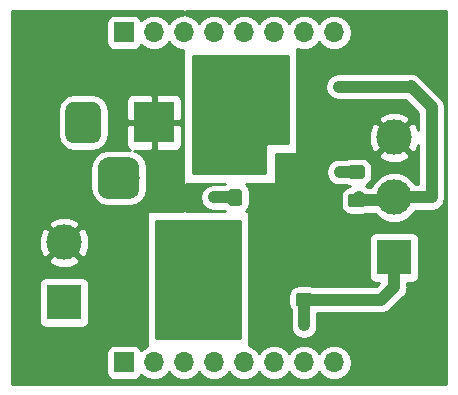
<source format=gbr>
G04 #@! TF.GenerationSoftware,KiCad,Pcbnew,(5.0.0-3-g5ebb6b6)*
G04 #@! TF.CreationDate,2018-12-29T11:49:17+00:00*
G04 #@! TF.ProjectId,BinaryBagelBoard,42696E617279426167656C426F617264,rev?*
G04 #@! TF.SameCoordinates,Original*
G04 #@! TF.FileFunction,Copper,L2,Bot,Signal*
G04 #@! TF.FilePolarity,Positive*
%FSLAX46Y46*%
G04 Gerber Fmt 4.6, Leading zero omitted, Abs format (unit mm)*
G04 Created by KiCad (PCBNEW (5.0.0-3-g5ebb6b6)) date Saturday, 29 December 2018 at 11:49:17*
%MOMM*%
%LPD*%
G01*
G04 APERTURE LIST*
G04 #@! TA.AperFunction,Conductor*
%ADD10C,0.100000*%
G04 #@! TD*
G04 #@! TA.AperFunction,SMDPad,CuDef*
%ADD11C,1.150000*%
G04 #@! TD*
G04 #@! TA.AperFunction,ComponentPad*
%ADD12R,3.500000X3.500000*%
G04 #@! TD*
G04 #@! TA.AperFunction,ComponentPad*
%ADD13C,3.000000*%
G04 #@! TD*
G04 #@! TA.AperFunction,ComponentPad*
%ADD14C,3.500000*%
G04 #@! TD*
G04 #@! TA.AperFunction,ComponentPad*
%ADD15R,1.700000X1.700000*%
G04 #@! TD*
G04 #@! TA.AperFunction,ComponentPad*
%ADD16O,1.700000X1.700000*%
G04 #@! TD*
G04 #@! TA.AperFunction,ComponentPad*
%ADD17R,3.000000X3.000000*%
G04 #@! TD*
G04 #@! TA.AperFunction,ViaPad*
%ADD18C,0.800000*%
G04 #@! TD*
G04 #@! TA.AperFunction,Conductor*
%ADD19C,1.000000*%
G04 #@! TD*
G04 #@! TA.AperFunction,Conductor*
%ADD20C,0.254000*%
G04 #@! TD*
G04 APERTURE END LIST*
D10*
G04 #@! TO.N,/GND*
G04 #@! TO.C,C_NR1*
G36*
X124299505Y-57456204D02*
X124323773Y-57459804D01*
X124347572Y-57465765D01*
X124370671Y-57474030D01*
X124392850Y-57484520D01*
X124413893Y-57497132D01*
X124433599Y-57511747D01*
X124451777Y-57528223D01*
X124468253Y-57546401D01*
X124482868Y-57566107D01*
X124495480Y-57587150D01*
X124505970Y-57609329D01*
X124514235Y-57632428D01*
X124520196Y-57656227D01*
X124523796Y-57680495D01*
X124525000Y-57704999D01*
X124525000Y-58355001D01*
X124523796Y-58379505D01*
X124520196Y-58403773D01*
X124514235Y-58427572D01*
X124505970Y-58450671D01*
X124495480Y-58472850D01*
X124482868Y-58493893D01*
X124468253Y-58513599D01*
X124451777Y-58531777D01*
X124433599Y-58548253D01*
X124413893Y-58562868D01*
X124392850Y-58575480D01*
X124370671Y-58585970D01*
X124347572Y-58594235D01*
X124323773Y-58600196D01*
X124299505Y-58603796D01*
X124275001Y-58605000D01*
X123374999Y-58605000D01*
X123350495Y-58603796D01*
X123326227Y-58600196D01*
X123302428Y-58594235D01*
X123279329Y-58585970D01*
X123257150Y-58575480D01*
X123236107Y-58562868D01*
X123216401Y-58548253D01*
X123198223Y-58531777D01*
X123181747Y-58513599D01*
X123167132Y-58493893D01*
X123154520Y-58472850D01*
X123144030Y-58450671D01*
X123135765Y-58427572D01*
X123129804Y-58403773D01*
X123126204Y-58379505D01*
X123125000Y-58355001D01*
X123125000Y-57704999D01*
X123126204Y-57680495D01*
X123129804Y-57656227D01*
X123135765Y-57632428D01*
X123144030Y-57609329D01*
X123154520Y-57587150D01*
X123167132Y-57566107D01*
X123181747Y-57546401D01*
X123198223Y-57528223D01*
X123216401Y-57511747D01*
X123236107Y-57497132D01*
X123257150Y-57484520D01*
X123279329Y-57474030D01*
X123302428Y-57465765D01*
X123326227Y-57459804D01*
X123350495Y-57456204D01*
X123374999Y-57455000D01*
X124275001Y-57455000D01*
X124299505Y-57456204D01*
X124299505Y-57456204D01*
G37*
D11*
G04 #@! TD*
G04 #@! TO.P,C_NR1,1*
G04 #@! TO.N,/GND*
X123825000Y-58030000D03*
D10*
G04 #@! TO.N,Net-(C_INV2-Pad2)*
G04 #@! TO.C,C_NR1*
G36*
X124299505Y-59506204D02*
X124323773Y-59509804D01*
X124347572Y-59515765D01*
X124370671Y-59524030D01*
X124392850Y-59534520D01*
X124413893Y-59547132D01*
X124433599Y-59561747D01*
X124451777Y-59578223D01*
X124468253Y-59596401D01*
X124482868Y-59616107D01*
X124495480Y-59637150D01*
X124505970Y-59659329D01*
X124514235Y-59682428D01*
X124520196Y-59706227D01*
X124523796Y-59730495D01*
X124525000Y-59754999D01*
X124525000Y-60405001D01*
X124523796Y-60429505D01*
X124520196Y-60453773D01*
X124514235Y-60477572D01*
X124505970Y-60500671D01*
X124495480Y-60522850D01*
X124482868Y-60543893D01*
X124468253Y-60563599D01*
X124451777Y-60581777D01*
X124433599Y-60598253D01*
X124413893Y-60612868D01*
X124392850Y-60625480D01*
X124370671Y-60635970D01*
X124347572Y-60644235D01*
X124323773Y-60650196D01*
X124299505Y-60653796D01*
X124275001Y-60655000D01*
X123374999Y-60655000D01*
X123350495Y-60653796D01*
X123326227Y-60650196D01*
X123302428Y-60644235D01*
X123279329Y-60635970D01*
X123257150Y-60625480D01*
X123236107Y-60612868D01*
X123216401Y-60598253D01*
X123198223Y-60581777D01*
X123181747Y-60563599D01*
X123167132Y-60543893D01*
X123154520Y-60522850D01*
X123144030Y-60500671D01*
X123135765Y-60477572D01*
X123129804Y-60453773D01*
X123126204Y-60429505D01*
X123125000Y-60405001D01*
X123125000Y-59754999D01*
X123126204Y-59730495D01*
X123129804Y-59706227D01*
X123135765Y-59682428D01*
X123144030Y-59659329D01*
X123154520Y-59637150D01*
X123167132Y-59616107D01*
X123181747Y-59596401D01*
X123198223Y-59578223D01*
X123216401Y-59561747D01*
X123236107Y-59547132D01*
X123257150Y-59534520D01*
X123279329Y-59524030D01*
X123302428Y-59515765D01*
X123326227Y-59509804D01*
X123350495Y-59506204D01*
X123374999Y-59505000D01*
X124275001Y-59505000D01*
X124299505Y-59506204D01*
X124299505Y-59506204D01*
G37*
D11*
G04 #@! TD*
G04 #@! TO.P,C_NR1,2*
G04 #@! TO.N,Net-(C_INV2-Pad2)*
X123825000Y-60080000D03*
D10*
G04 #@! TO.N,/-5V*
G04 #@! TO.C,C_NR2*
G36*
X124299505Y-61901204D02*
X124323773Y-61904804D01*
X124347572Y-61910765D01*
X124370671Y-61919030D01*
X124392850Y-61929520D01*
X124413893Y-61942132D01*
X124433599Y-61956747D01*
X124451777Y-61973223D01*
X124468253Y-61991401D01*
X124482868Y-62011107D01*
X124495480Y-62032150D01*
X124505970Y-62054329D01*
X124514235Y-62077428D01*
X124520196Y-62101227D01*
X124523796Y-62125495D01*
X124525000Y-62149999D01*
X124525000Y-62800001D01*
X124523796Y-62824505D01*
X124520196Y-62848773D01*
X124514235Y-62872572D01*
X124505970Y-62895671D01*
X124495480Y-62917850D01*
X124482868Y-62938893D01*
X124468253Y-62958599D01*
X124451777Y-62976777D01*
X124433599Y-62993253D01*
X124413893Y-63007868D01*
X124392850Y-63020480D01*
X124370671Y-63030970D01*
X124347572Y-63039235D01*
X124323773Y-63045196D01*
X124299505Y-63048796D01*
X124275001Y-63050000D01*
X123374999Y-63050000D01*
X123350495Y-63048796D01*
X123326227Y-63045196D01*
X123302428Y-63039235D01*
X123279329Y-63030970D01*
X123257150Y-63020480D01*
X123236107Y-63007868D01*
X123216401Y-62993253D01*
X123198223Y-62976777D01*
X123181747Y-62958599D01*
X123167132Y-62938893D01*
X123154520Y-62917850D01*
X123144030Y-62895671D01*
X123135765Y-62872572D01*
X123129804Y-62848773D01*
X123126204Y-62824505D01*
X123125000Y-62800001D01*
X123125000Y-62149999D01*
X123126204Y-62125495D01*
X123129804Y-62101227D01*
X123135765Y-62077428D01*
X123144030Y-62054329D01*
X123154520Y-62032150D01*
X123167132Y-62011107D01*
X123181747Y-61991401D01*
X123198223Y-61973223D01*
X123216401Y-61956747D01*
X123236107Y-61942132D01*
X123257150Y-61929520D01*
X123279329Y-61919030D01*
X123302428Y-61910765D01*
X123326227Y-61904804D01*
X123350495Y-61901204D01*
X123374999Y-61900000D01*
X124275001Y-61900000D01*
X124299505Y-61901204D01*
X124299505Y-61901204D01*
G37*
D11*
G04 #@! TD*
G04 #@! TO.P,C_NR2,2*
G04 #@! TO.N,/-5V*
X123825000Y-62475000D03*
D10*
G04 #@! TO.N,/GND*
G04 #@! TO.C,C_NR2*
G36*
X124299505Y-63951204D02*
X124323773Y-63954804D01*
X124347572Y-63960765D01*
X124370671Y-63969030D01*
X124392850Y-63979520D01*
X124413893Y-63992132D01*
X124433599Y-64006747D01*
X124451777Y-64023223D01*
X124468253Y-64041401D01*
X124482868Y-64061107D01*
X124495480Y-64082150D01*
X124505970Y-64104329D01*
X124514235Y-64127428D01*
X124520196Y-64151227D01*
X124523796Y-64175495D01*
X124525000Y-64199999D01*
X124525000Y-64850001D01*
X124523796Y-64874505D01*
X124520196Y-64898773D01*
X124514235Y-64922572D01*
X124505970Y-64945671D01*
X124495480Y-64967850D01*
X124482868Y-64988893D01*
X124468253Y-65008599D01*
X124451777Y-65026777D01*
X124433599Y-65043253D01*
X124413893Y-65057868D01*
X124392850Y-65070480D01*
X124370671Y-65080970D01*
X124347572Y-65089235D01*
X124323773Y-65095196D01*
X124299505Y-65098796D01*
X124275001Y-65100000D01*
X123374999Y-65100000D01*
X123350495Y-65098796D01*
X123326227Y-65095196D01*
X123302428Y-65089235D01*
X123279329Y-65080970D01*
X123257150Y-65070480D01*
X123236107Y-65057868D01*
X123216401Y-65043253D01*
X123198223Y-65026777D01*
X123181747Y-65008599D01*
X123167132Y-64988893D01*
X123154520Y-64967850D01*
X123144030Y-64945671D01*
X123135765Y-64922572D01*
X123129804Y-64898773D01*
X123126204Y-64874505D01*
X123125000Y-64850001D01*
X123125000Y-64199999D01*
X123126204Y-64175495D01*
X123129804Y-64151227D01*
X123135765Y-64127428D01*
X123144030Y-64104329D01*
X123154520Y-64082150D01*
X123167132Y-64061107D01*
X123181747Y-64041401D01*
X123198223Y-64023223D01*
X123216401Y-64006747D01*
X123236107Y-63992132D01*
X123257150Y-63979520D01*
X123279329Y-63969030D01*
X123302428Y-63960765D01*
X123326227Y-63954804D01*
X123350495Y-63951204D01*
X123374999Y-63950000D01*
X124275001Y-63950000D01*
X124299505Y-63951204D01*
X124299505Y-63951204D01*
G37*
D11*
G04 #@! TD*
G04 #@! TO.P,C_NR2,1*
G04 #@! TO.N,/GND*
X123825000Y-64525000D03*
D10*
G04 #@! TO.N,/GND*
G04 #@! TO.C,C_PR1*
G36*
X115953905Y-61531204D02*
X115978173Y-61534804D01*
X116001972Y-61540765D01*
X116025071Y-61549030D01*
X116047250Y-61559520D01*
X116068293Y-61572132D01*
X116087999Y-61586747D01*
X116106177Y-61603223D01*
X116122653Y-61621401D01*
X116137268Y-61641107D01*
X116149880Y-61662150D01*
X116160370Y-61684329D01*
X116168635Y-61707428D01*
X116174596Y-61731227D01*
X116178196Y-61755495D01*
X116179400Y-61779999D01*
X116179400Y-62680001D01*
X116178196Y-62704505D01*
X116174596Y-62728773D01*
X116168635Y-62752572D01*
X116160370Y-62775671D01*
X116149880Y-62797850D01*
X116137268Y-62818893D01*
X116122653Y-62838599D01*
X116106177Y-62856777D01*
X116087999Y-62873253D01*
X116068293Y-62887868D01*
X116047250Y-62900480D01*
X116025071Y-62910970D01*
X116001972Y-62919235D01*
X115978173Y-62925196D01*
X115953905Y-62928796D01*
X115929401Y-62930000D01*
X115279399Y-62930000D01*
X115254895Y-62928796D01*
X115230627Y-62925196D01*
X115206828Y-62919235D01*
X115183729Y-62910970D01*
X115161550Y-62900480D01*
X115140507Y-62887868D01*
X115120801Y-62873253D01*
X115102623Y-62856777D01*
X115086147Y-62838599D01*
X115071532Y-62818893D01*
X115058920Y-62797850D01*
X115048430Y-62775671D01*
X115040165Y-62752572D01*
X115034204Y-62728773D01*
X115030604Y-62704505D01*
X115029400Y-62680001D01*
X115029400Y-61779999D01*
X115030604Y-61755495D01*
X115034204Y-61731227D01*
X115040165Y-61707428D01*
X115048430Y-61684329D01*
X115058920Y-61662150D01*
X115071532Y-61641107D01*
X115086147Y-61621401D01*
X115102623Y-61603223D01*
X115120801Y-61586747D01*
X115140507Y-61572132D01*
X115161550Y-61559520D01*
X115183729Y-61549030D01*
X115206828Y-61540765D01*
X115230627Y-61534804D01*
X115254895Y-61531204D01*
X115279399Y-61530000D01*
X115929401Y-61530000D01*
X115953905Y-61531204D01*
X115953905Y-61531204D01*
G37*
D11*
G04 #@! TD*
G04 #@! TO.P,C_PR1,2*
G04 #@! TO.N,/GND*
X115604400Y-62230000D03*
D10*
G04 #@! TO.N,Net-(C_PR1-Pad1)*
G04 #@! TO.C,C_PR1*
G36*
X113903905Y-61531204D02*
X113928173Y-61534804D01*
X113951972Y-61540765D01*
X113975071Y-61549030D01*
X113997250Y-61559520D01*
X114018293Y-61572132D01*
X114037999Y-61586747D01*
X114056177Y-61603223D01*
X114072653Y-61621401D01*
X114087268Y-61641107D01*
X114099880Y-61662150D01*
X114110370Y-61684329D01*
X114118635Y-61707428D01*
X114124596Y-61731227D01*
X114128196Y-61755495D01*
X114129400Y-61779999D01*
X114129400Y-62680001D01*
X114128196Y-62704505D01*
X114124596Y-62728773D01*
X114118635Y-62752572D01*
X114110370Y-62775671D01*
X114099880Y-62797850D01*
X114087268Y-62818893D01*
X114072653Y-62838599D01*
X114056177Y-62856777D01*
X114037999Y-62873253D01*
X114018293Y-62887868D01*
X113997250Y-62900480D01*
X113975071Y-62910970D01*
X113951972Y-62919235D01*
X113928173Y-62925196D01*
X113903905Y-62928796D01*
X113879401Y-62930000D01*
X113229399Y-62930000D01*
X113204895Y-62928796D01*
X113180627Y-62925196D01*
X113156828Y-62919235D01*
X113133729Y-62910970D01*
X113111550Y-62900480D01*
X113090507Y-62887868D01*
X113070801Y-62873253D01*
X113052623Y-62856777D01*
X113036147Y-62838599D01*
X113021532Y-62818893D01*
X113008920Y-62797850D01*
X112998430Y-62775671D01*
X112990165Y-62752572D01*
X112984204Y-62728773D01*
X112980604Y-62704505D01*
X112979400Y-62680001D01*
X112979400Y-61779999D01*
X112980604Y-61755495D01*
X112984204Y-61731227D01*
X112990165Y-61707428D01*
X112998430Y-61684329D01*
X113008920Y-61662150D01*
X113021532Y-61641107D01*
X113036147Y-61621401D01*
X113052623Y-61603223D01*
X113070801Y-61586747D01*
X113090507Y-61572132D01*
X113111550Y-61559520D01*
X113133729Y-61549030D01*
X113156828Y-61540765D01*
X113180627Y-61534804D01*
X113204895Y-61531204D01*
X113229399Y-61530000D01*
X113879401Y-61530000D01*
X113903905Y-61531204D01*
X113903905Y-61531204D01*
G37*
D11*
G04 #@! TD*
G04 #@! TO.P,C_PR1,1*
G04 #@! TO.N,Net-(C_PR1-Pad1)*
X113554400Y-62230000D03*
D10*
G04 #@! TO.N,/+5V*
G04 #@! TO.C,C_PR2*
G36*
X119854505Y-70301204D02*
X119878773Y-70304804D01*
X119902572Y-70310765D01*
X119925671Y-70319030D01*
X119947850Y-70329520D01*
X119968893Y-70342132D01*
X119988599Y-70356747D01*
X120006777Y-70373223D01*
X120023253Y-70391401D01*
X120037868Y-70411107D01*
X120050480Y-70432150D01*
X120060970Y-70454329D01*
X120069235Y-70477428D01*
X120075196Y-70501227D01*
X120078796Y-70525495D01*
X120080000Y-70549999D01*
X120080000Y-71200001D01*
X120078796Y-71224505D01*
X120075196Y-71248773D01*
X120069235Y-71272572D01*
X120060970Y-71295671D01*
X120050480Y-71317850D01*
X120037868Y-71338893D01*
X120023253Y-71358599D01*
X120006777Y-71376777D01*
X119988599Y-71393253D01*
X119968893Y-71407868D01*
X119947850Y-71420480D01*
X119925671Y-71430970D01*
X119902572Y-71439235D01*
X119878773Y-71445196D01*
X119854505Y-71448796D01*
X119830001Y-71450000D01*
X118929999Y-71450000D01*
X118905495Y-71448796D01*
X118881227Y-71445196D01*
X118857428Y-71439235D01*
X118834329Y-71430970D01*
X118812150Y-71420480D01*
X118791107Y-71407868D01*
X118771401Y-71393253D01*
X118753223Y-71376777D01*
X118736747Y-71358599D01*
X118722132Y-71338893D01*
X118709520Y-71317850D01*
X118699030Y-71295671D01*
X118690765Y-71272572D01*
X118684804Y-71248773D01*
X118681204Y-71224505D01*
X118680000Y-71200001D01*
X118680000Y-70549999D01*
X118681204Y-70525495D01*
X118684804Y-70501227D01*
X118690765Y-70477428D01*
X118699030Y-70454329D01*
X118709520Y-70432150D01*
X118722132Y-70411107D01*
X118736747Y-70391401D01*
X118753223Y-70373223D01*
X118771401Y-70356747D01*
X118791107Y-70342132D01*
X118812150Y-70329520D01*
X118834329Y-70319030D01*
X118857428Y-70310765D01*
X118881227Y-70304804D01*
X118905495Y-70301204D01*
X118929999Y-70300000D01*
X119830001Y-70300000D01*
X119854505Y-70301204D01*
X119854505Y-70301204D01*
G37*
D11*
G04 #@! TD*
G04 #@! TO.P,C_PR2,1*
G04 #@! TO.N,/+5V*
X119380000Y-70875000D03*
D10*
G04 #@! TO.N,/GND*
G04 #@! TO.C,C_PR2*
G36*
X119854505Y-68251204D02*
X119878773Y-68254804D01*
X119902572Y-68260765D01*
X119925671Y-68269030D01*
X119947850Y-68279520D01*
X119968893Y-68292132D01*
X119988599Y-68306747D01*
X120006777Y-68323223D01*
X120023253Y-68341401D01*
X120037868Y-68361107D01*
X120050480Y-68382150D01*
X120060970Y-68404329D01*
X120069235Y-68427428D01*
X120075196Y-68451227D01*
X120078796Y-68475495D01*
X120080000Y-68499999D01*
X120080000Y-69150001D01*
X120078796Y-69174505D01*
X120075196Y-69198773D01*
X120069235Y-69222572D01*
X120060970Y-69245671D01*
X120050480Y-69267850D01*
X120037868Y-69288893D01*
X120023253Y-69308599D01*
X120006777Y-69326777D01*
X119988599Y-69343253D01*
X119968893Y-69357868D01*
X119947850Y-69370480D01*
X119925671Y-69380970D01*
X119902572Y-69389235D01*
X119878773Y-69395196D01*
X119854505Y-69398796D01*
X119830001Y-69400000D01*
X118929999Y-69400000D01*
X118905495Y-69398796D01*
X118881227Y-69395196D01*
X118857428Y-69389235D01*
X118834329Y-69380970D01*
X118812150Y-69370480D01*
X118791107Y-69357868D01*
X118771401Y-69343253D01*
X118753223Y-69326777D01*
X118736747Y-69308599D01*
X118722132Y-69288893D01*
X118709520Y-69267850D01*
X118699030Y-69245671D01*
X118690765Y-69222572D01*
X118684804Y-69198773D01*
X118681204Y-69174505D01*
X118680000Y-69150001D01*
X118680000Y-68499999D01*
X118681204Y-68475495D01*
X118684804Y-68451227D01*
X118690765Y-68427428D01*
X118699030Y-68404329D01*
X118709520Y-68382150D01*
X118722132Y-68361107D01*
X118736747Y-68341401D01*
X118753223Y-68323223D01*
X118771401Y-68306747D01*
X118791107Y-68292132D01*
X118812150Y-68279520D01*
X118834329Y-68269030D01*
X118857428Y-68260765D01*
X118881227Y-68254804D01*
X118905495Y-68251204D01*
X118929999Y-68250000D01*
X119830001Y-68250000D01*
X119854505Y-68251204D01*
X119854505Y-68251204D01*
G37*
D11*
G04 #@! TD*
G04 #@! TO.P,C_PR2,2*
G04 #@! TO.N,/GND*
X119380000Y-68825000D03*
D12*
G04 #@! TO.P,J_IN1,1*
G04 #@! TO.N,/GND*
X106680000Y-55880000D03*
D10*
G04 #@! TD*
G04 #@! TO.N,Net-(DP1-Pad2)*
G04 #@! TO.C,J_IN1*
G36*
X101503513Y-54133611D02*
X101576318Y-54144411D01*
X101647714Y-54162295D01*
X101717013Y-54187090D01*
X101783548Y-54218559D01*
X101846678Y-54256398D01*
X101905795Y-54300242D01*
X101960330Y-54349670D01*
X102009758Y-54404205D01*
X102053602Y-54463322D01*
X102091441Y-54526452D01*
X102122910Y-54592987D01*
X102147705Y-54662286D01*
X102165589Y-54733682D01*
X102176389Y-54806487D01*
X102180000Y-54880000D01*
X102180000Y-56880000D01*
X102176389Y-56953513D01*
X102165589Y-57026318D01*
X102147705Y-57097714D01*
X102122910Y-57167013D01*
X102091441Y-57233548D01*
X102053602Y-57296678D01*
X102009758Y-57355795D01*
X101960330Y-57410330D01*
X101905795Y-57459758D01*
X101846678Y-57503602D01*
X101783548Y-57541441D01*
X101717013Y-57572910D01*
X101647714Y-57597705D01*
X101576318Y-57615589D01*
X101503513Y-57626389D01*
X101430000Y-57630000D01*
X99930000Y-57630000D01*
X99856487Y-57626389D01*
X99783682Y-57615589D01*
X99712286Y-57597705D01*
X99642987Y-57572910D01*
X99576452Y-57541441D01*
X99513322Y-57503602D01*
X99454205Y-57459758D01*
X99399670Y-57410330D01*
X99350242Y-57355795D01*
X99306398Y-57296678D01*
X99268559Y-57233548D01*
X99237090Y-57167013D01*
X99212295Y-57097714D01*
X99194411Y-57026318D01*
X99183611Y-56953513D01*
X99180000Y-56880000D01*
X99180000Y-54880000D01*
X99183611Y-54806487D01*
X99194411Y-54733682D01*
X99212295Y-54662286D01*
X99237090Y-54592987D01*
X99268559Y-54526452D01*
X99306398Y-54463322D01*
X99350242Y-54404205D01*
X99399670Y-54349670D01*
X99454205Y-54300242D01*
X99513322Y-54256398D01*
X99576452Y-54218559D01*
X99642987Y-54187090D01*
X99712286Y-54162295D01*
X99783682Y-54144411D01*
X99856487Y-54133611D01*
X99930000Y-54130000D01*
X101430000Y-54130000D01*
X101503513Y-54133611D01*
X101503513Y-54133611D01*
G37*
D13*
G04 #@! TO.P,J_IN1,2*
G04 #@! TO.N,Net-(DP1-Pad2)*
X100680000Y-55880000D03*
D10*
G04 #@! TD*
G04 #@! TO.N,N/C*
G04 #@! TO.C,J_IN1*
G36*
X104640765Y-58834213D02*
X104725704Y-58846813D01*
X104808999Y-58867677D01*
X104889848Y-58896605D01*
X104967472Y-58933319D01*
X105041124Y-58977464D01*
X105110094Y-59028616D01*
X105173718Y-59086282D01*
X105231384Y-59149906D01*
X105282536Y-59218876D01*
X105326681Y-59292528D01*
X105363395Y-59370152D01*
X105392323Y-59451001D01*
X105413187Y-59534296D01*
X105425787Y-59619235D01*
X105430000Y-59705000D01*
X105430000Y-61455000D01*
X105425787Y-61540765D01*
X105413187Y-61625704D01*
X105392323Y-61708999D01*
X105363395Y-61789848D01*
X105326681Y-61867472D01*
X105282536Y-61941124D01*
X105231384Y-62010094D01*
X105173718Y-62073718D01*
X105110094Y-62131384D01*
X105041124Y-62182536D01*
X104967472Y-62226681D01*
X104889848Y-62263395D01*
X104808999Y-62292323D01*
X104725704Y-62313187D01*
X104640765Y-62325787D01*
X104555000Y-62330000D01*
X102805000Y-62330000D01*
X102719235Y-62325787D01*
X102634296Y-62313187D01*
X102551001Y-62292323D01*
X102470152Y-62263395D01*
X102392528Y-62226681D01*
X102318876Y-62182536D01*
X102249906Y-62131384D01*
X102186282Y-62073718D01*
X102128616Y-62010094D01*
X102077464Y-61941124D01*
X102033319Y-61867472D01*
X101996605Y-61789848D01*
X101967677Y-61708999D01*
X101946813Y-61625704D01*
X101934213Y-61540765D01*
X101930000Y-61455000D01*
X101930000Y-59705000D01*
X101934213Y-59619235D01*
X101946813Y-59534296D01*
X101967677Y-59451001D01*
X101996605Y-59370152D01*
X102033319Y-59292528D01*
X102077464Y-59218876D01*
X102128616Y-59149906D01*
X102186282Y-59086282D01*
X102249906Y-59028616D01*
X102318876Y-58977464D01*
X102392528Y-58933319D01*
X102470152Y-58896605D01*
X102551001Y-58867677D01*
X102634296Y-58846813D01*
X102719235Y-58834213D01*
X102805000Y-58830000D01*
X104555000Y-58830000D01*
X104640765Y-58834213D01*
X104640765Y-58834213D01*
G37*
D14*
G04 #@! TO.P,J_IN1,3*
G04 #@! TO.N,N/C*
X103680000Y-60580000D03*
G04 #@! TD*
D15*
G04 #@! TO.P,J_MNT1,1*
G04 #@! TO.N,N/C*
X104140000Y-48260000D03*
D16*
G04 #@! TO.P,J_MNT1,2*
X106680000Y-48260000D03*
G04 #@! TO.P,J_MNT1,3*
X109220000Y-48260000D03*
G04 #@! TO.P,J_MNT1,4*
X111760000Y-48260000D03*
G04 #@! TO.P,J_MNT1,5*
X114300000Y-48260000D03*
G04 #@! TO.P,J_MNT1,6*
X116840000Y-48260000D03*
G04 #@! TO.P,J_MNT1,7*
X119380000Y-48260000D03*
G04 #@! TO.P,J_MNT1,8*
X121920000Y-48260000D03*
G04 #@! TD*
G04 #@! TO.P,J_MNT2,8*
G04 #@! TO.N,N/C*
X121920000Y-76200000D03*
G04 #@! TO.P,J_MNT2,7*
X119380000Y-76200000D03*
G04 #@! TO.P,J_MNT2,6*
X116840000Y-76200000D03*
G04 #@! TO.P,J_MNT2,5*
X114300000Y-76200000D03*
G04 #@! TO.P,J_MNT2,4*
X111760000Y-76200000D03*
G04 #@! TO.P,J_MNT2,3*
X109220000Y-76200000D03*
G04 #@! TO.P,J_MNT2,2*
X106680000Y-76200000D03*
D15*
G04 #@! TO.P,J_MNT2,1*
X104140000Y-76200000D03*
G04 #@! TD*
D17*
G04 #@! TO.P,J_IN2,1*
G04 #@! TO.N,Net-(DP1-Pad2)*
X99060000Y-71120000D03*
D13*
G04 #@! TO.P,J_IN2,2*
G04 #@! TO.N,/GND*
X99060000Y-66040000D03*
G04 #@! TD*
D17*
G04 #@! TO.P,J_OUT1,1*
G04 #@! TO.N,/+5V*
X127000000Y-67310000D03*
D13*
G04 #@! TO.P,J_OUT1,2*
G04 #@! TO.N,/-5V*
X127000000Y-62230000D03*
G04 #@! TO.P,J_OUT1,3*
G04 #@! TO.N,/GND*
X127000000Y-57150000D03*
G04 #@! TD*
D18*
G04 #@! TO.N,Net-(C_INV2-Pad2)*
X113792000Y-57404000D03*
X113792000Y-59436000D03*
X116840000Y-51054000D03*
X112268000Y-55372000D03*
X112268000Y-53086000D03*
X113792000Y-53086000D03*
X113792000Y-55372000D03*
X122428000Y-60071000D03*
X115316000Y-51054000D03*
X113792000Y-51054000D03*
X112268000Y-51054000D03*
X110744000Y-51054000D03*
X110744000Y-53086000D03*
X110744000Y-55372000D03*
X110744000Y-57404000D03*
X110744000Y-59436000D03*
X112268000Y-59436000D03*
X115316000Y-59436000D03*
X112268000Y-57404000D03*
X115316000Y-57404000D03*
G04 #@! TO.N,/GND*
X109347000Y-68326000D03*
X109347000Y-70104000D03*
X109347000Y-71882000D03*
X109347000Y-73533000D03*
X110998000Y-73533000D03*
X110998000Y-71882000D03*
X111125000Y-66548000D03*
X111125000Y-68326000D03*
X121285000Y-62230000D03*
X129286000Y-48307400D03*
X117475000Y-69850000D03*
X122301000Y-55880000D03*
X112776000Y-64770000D03*
X109347000Y-64770000D03*
X107696000Y-64770000D03*
X107696000Y-66548000D03*
X111125000Y-64770000D03*
X112776000Y-66548000D03*
X112776000Y-73533000D03*
X109347000Y-66548000D03*
X107696000Y-73533000D03*
X107696000Y-68326000D03*
X107696000Y-70104000D03*
X107696000Y-71882000D03*
G04 #@! TO.N,/-5V*
X122340000Y-52856000D03*
G04 #@! TO.N,Net-(C_PR1-Pad1)*
X111760000Y-62230000D03*
G04 #@! TO.N,/+5V*
X119380000Y-73025000D03*
G04 #@! TD*
D19*
G04 #@! TO.N,Net-(C_INV2-Pad2)*
X123816000Y-60071000D02*
X123825000Y-60080000D01*
X122428000Y-60071000D02*
X123816000Y-60071000D01*
G04 #@! TO.N,/-5V*
X124070000Y-62230000D02*
X123825000Y-62475000D01*
X126755000Y-62475000D02*
X127000000Y-62230000D01*
X123825000Y-62475000D02*
X126755000Y-62475000D01*
X130175000Y-62230000D02*
X127000000Y-62230000D01*
X130175000Y-54610000D02*
X130175000Y-62230000D01*
X128397000Y-52832000D02*
X130175000Y-54610000D01*
X128373000Y-52856000D02*
X128397000Y-52832000D01*
X122340000Y-52856000D02*
X128373000Y-52856000D01*
G04 #@! TO.N,Net-(C_PR1-Pad1)*
X113554400Y-62230000D02*
X111760000Y-62230000D01*
G04 #@! TO.N,/+5V*
X119380000Y-73025000D02*
X119380000Y-70875000D01*
X127000000Y-69810000D02*
X127000000Y-67310000D01*
X125935000Y-70875000D02*
X127000000Y-69810000D01*
X119380000Y-70875000D02*
X125935000Y-70875000D01*
G04 #@! TD*
D20*
G04 #@! TO.N,/GND*
G36*
X109093000Y-46775000D02*
X109073744Y-46775000D01*
X108640582Y-46861161D01*
X108149375Y-47189375D01*
X107950000Y-47487761D01*
X107750625Y-47189375D01*
X107259418Y-46861161D01*
X106826256Y-46775000D01*
X106533744Y-46775000D01*
X106100582Y-46861161D01*
X105609375Y-47189375D01*
X105597184Y-47207619D01*
X105588157Y-47162235D01*
X105447809Y-46952191D01*
X105237765Y-46811843D01*
X104990000Y-46762560D01*
X103290000Y-46762560D01*
X103042235Y-46811843D01*
X102832191Y-46952191D01*
X102691843Y-47162235D01*
X102642560Y-47410000D01*
X102642560Y-49110000D01*
X102691843Y-49357765D01*
X102832191Y-49567809D01*
X103042235Y-49708157D01*
X103290000Y-49757440D01*
X104990000Y-49757440D01*
X105237765Y-49708157D01*
X105447809Y-49567809D01*
X105588157Y-49357765D01*
X105597184Y-49312381D01*
X105609375Y-49330625D01*
X106100582Y-49658839D01*
X106533744Y-49745000D01*
X106826256Y-49745000D01*
X107259418Y-49658839D01*
X107750625Y-49330625D01*
X107950000Y-49032239D01*
X108149375Y-49330625D01*
X108640582Y-49658839D01*
X109073744Y-49745000D01*
X109093000Y-49745000D01*
X109093000Y-63373000D01*
X106172000Y-63373000D01*
X106123399Y-63382667D01*
X106082197Y-63410197D01*
X106054667Y-63451399D01*
X106045000Y-63500000D01*
X106045000Y-74838300D01*
X105609375Y-75129375D01*
X105597184Y-75147619D01*
X105588157Y-75102235D01*
X105447809Y-74892191D01*
X105237765Y-74751843D01*
X104990000Y-74702560D01*
X103290000Y-74702560D01*
X103042235Y-74751843D01*
X102832191Y-74892191D01*
X102691843Y-75102235D01*
X102642560Y-75350000D01*
X102642560Y-77050000D01*
X102691843Y-77297765D01*
X102832191Y-77507809D01*
X103042235Y-77648157D01*
X103290000Y-77697440D01*
X104990000Y-77697440D01*
X105237765Y-77648157D01*
X105447809Y-77507809D01*
X105588157Y-77297765D01*
X105597184Y-77252381D01*
X105609375Y-77270625D01*
X106045000Y-77561700D01*
X106045000Y-78030000D01*
X94690000Y-78030000D01*
X94690000Y-69620000D01*
X96912560Y-69620000D01*
X96912560Y-72620000D01*
X96961843Y-72867765D01*
X97102191Y-73077809D01*
X97312235Y-73218157D01*
X97560000Y-73267440D01*
X100560000Y-73267440D01*
X100807765Y-73218157D01*
X101017809Y-73077809D01*
X101158157Y-72867765D01*
X101207440Y-72620000D01*
X101207440Y-69620000D01*
X101158157Y-69372235D01*
X101017809Y-69162191D01*
X100807765Y-69021843D01*
X100560000Y-68972560D01*
X97560000Y-68972560D01*
X97312235Y-69021843D01*
X97102191Y-69162191D01*
X96961843Y-69372235D01*
X96912560Y-69620000D01*
X94690000Y-69620000D01*
X94690000Y-67553970D01*
X97725635Y-67553970D01*
X97885418Y-67872739D01*
X98676187Y-68182723D01*
X99525387Y-68166497D01*
X100234582Y-67872739D01*
X100394365Y-67553970D01*
X99060000Y-66219605D01*
X97725635Y-67553970D01*
X94690000Y-67553970D01*
X94690000Y-65656187D01*
X96917277Y-65656187D01*
X96933503Y-66505387D01*
X97227261Y-67214582D01*
X97546030Y-67374365D01*
X98880395Y-66040000D01*
X99239605Y-66040000D01*
X100573970Y-67374365D01*
X100892739Y-67214582D01*
X101202723Y-66423813D01*
X101186497Y-65574613D01*
X100892739Y-64865418D01*
X100573970Y-64705635D01*
X99239605Y-66040000D01*
X98880395Y-66040000D01*
X97546030Y-64705635D01*
X97227261Y-64865418D01*
X96917277Y-65656187D01*
X94690000Y-65656187D01*
X94690000Y-64526030D01*
X97725635Y-64526030D01*
X99060000Y-65860395D01*
X100394365Y-64526030D01*
X100234582Y-64207261D01*
X99443813Y-63897277D01*
X98594613Y-63913503D01*
X97885418Y-64207261D01*
X97725635Y-64526030D01*
X94690000Y-64526030D01*
X94690000Y-59705000D01*
X101282560Y-59705000D01*
X101282560Y-61455000D01*
X101398449Y-62037613D01*
X101728472Y-62531528D01*
X102222387Y-62861551D01*
X102805000Y-62977440D01*
X104555000Y-62977440D01*
X105137613Y-62861551D01*
X105631528Y-62531528D01*
X105961551Y-62037613D01*
X106077440Y-61455000D01*
X106077440Y-59705000D01*
X105961551Y-59122387D01*
X105631528Y-58628472D01*
X105137613Y-58298449D01*
X104969454Y-58265000D01*
X106394250Y-58265000D01*
X106553000Y-58106250D01*
X106553000Y-56007000D01*
X106807000Y-56007000D01*
X106807000Y-58106250D01*
X106965750Y-58265000D01*
X108556309Y-58265000D01*
X108789698Y-58168327D01*
X108968327Y-57989699D01*
X109065000Y-57756310D01*
X109065000Y-56165750D01*
X108906250Y-56007000D01*
X106807000Y-56007000D01*
X106553000Y-56007000D01*
X104453750Y-56007000D01*
X104295000Y-56165750D01*
X104295000Y-57756310D01*
X104391673Y-57989699D01*
X104570302Y-58168327D01*
X104650546Y-58201565D01*
X104555000Y-58182560D01*
X102805000Y-58182560D01*
X102222387Y-58298449D01*
X101728472Y-58628472D01*
X101398449Y-59122387D01*
X101282560Y-59705000D01*
X94690000Y-59705000D01*
X94690000Y-54880000D01*
X98532560Y-54880000D01*
X98532560Y-56880000D01*
X98638934Y-57414777D01*
X98941861Y-57868139D01*
X99395223Y-58171066D01*
X99930000Y-58277440D01*
X101430000Y-58277440D01*
X101964777Y-58171066D01*
X102418139Y-57868139D01*
X102721066Y-57414777D01*
X102827440Y-56880000D01*
X102827440Y-54880000D01*
X102721066Y-54345223D01*
X102492861Y-54003690D01*
X104295000Y-54003690D01*
X104295000Y-55594250D01*
X104453750Y-55753000D01*
X106553000Y-55753000D01*
X106553000Y-53653750D01*
X106807000Y-53653750D01*
X106807000Y-55753000D01*
X108906250Y-55753000D01*
X109065000Y-55594250D01*
X109065000Y-54003690D01*
X108968327Y-53770301D01*
X108789698Y-53591673D01*
X108556309Y-53495000D01*
X106965750Y-53495000D01*
X106807000Y-53653750D01*
X106553000Y-53653750D01*
X106394250Y-53495000D01*
X104803691Y-53495000D01*
X104570302Y-53591673D01*
X104391673Y-53770301D01*
X104295000Y-54003690D01*
X102492861Y-54003690D01*
X102418139Y-53891861D01*
X101964777Y-53588934D01*
X101430000Y-53482560D01*
X99930000Y-53482560D01*
X99395223Y-53588934D01*
X98941861Y-53891861D01*
X98638934Y-54345223D01*
X98532560Y-54880000D01*
X94690000Y-54880000D01*
X94690000Y-46430000D01*
X109093000Y-46430000D01*
X109093000Y-46775000D01*
X109093000Y-46775000D01*
G37*
X109093000Y-46775000D02*
X109073744Y-46775000D01*
X108640582Y-46861161D01*
X108149375Y-47189375D01*
X107950000Y-47487761D01*
X107750625Y-47189375D01*
X107259418Y-46861161D01*
X106826256Y-46775000D01*
X106533744Y-46775000D01*
X106100582Y-46861161D01*
X105609375Y-47189375D01*
X105597184Y-47207619D01*
X105588157Y-47162235D01*
X105447809Y-46952191D01*
X105237765Y-46811843D01*
X104990000Y-46762560D01*
X103290000Y-46762560D01*
X103042235Y-46811843D01*
X102832191Y-46952191D01*
X102691843Y-47162235D01*
X102642560Y-47410000D01*
X102642560Y-49110000D01*
X102691843Y-49357765D01*
X102832191Y-49567809D01*
X103042235Y-49708157D01*
X103290000Y-49757440D01*
X104990000Y-49757440D01*
X105237765Y-49708157D01*
X105447809Y-49567809D01*
X105588157Y-49357765D01*
X105597184Y-49312381D01*
X105609375Y-49330625D01*
X106100582Y-49658839D01*
X106533744Y-49745000D01*
X106826256Y-49745000D01*
X107259418Y-49658839D01*
X107750625Y-49330625D01*
X107950000Y-49032239D01*
X108149375Y-49330625D01*
X108640582Y-49658839D01*
X109073744Y-49745000D01*
X109093000Y-49745000D01*
X109093000Y-63373000D01*
X106172000Y-63373000D01*
X106123399Y-63382667D01*
X106082197Y-63410197D01*
X106054667Y-63451399D01*
X106045000Y-63500000D01*
X106045000Y-74838300D01*
X105609375Y-75129375D01*
X105597184Y-75147619D01*
X105588157Y-75102235D01*
X105447809Y-74892191D01*
X105237765Y-74751843D01*
X104990000Y-74702560D01*
X103290000Y-74702560D01*
X103042235Y-74751843D01*
X102832191Y-74892191D01*
X102691843Y-75102235D01*
X102642560Y-75350000D01*
X102642560Y-77050000D01*
X102691843Y-77297765D01*
X102832191Y-77507809D01*
X103042235Y-77648157D01*
X103290000Y-77697440D01*
X104990000Y-77697440D01*
X105237765Y-77648157D01*
X105447809Y-77507809D01*
X105588157Y-77297765D01*
X105597184Y-77252381D01*
X105609375Y-77270625D01*
X106045000Y-77561700D01*
X106045000Y-78030000D01*
X94690000Y-78030000D01*
X94690000Y-69620000D01*
X96912560Y-69620000D01*
X96912560Y-72620000D01*
X96961843Y-72867765D01*
X97102191Y-73077809D01*
X97312235Y-73218157D01*
X97560000Y-73267440D01*
X100560000Y-73267440D01*
X100807765Y-73218157D01*
X101017809Y-73077809D01*
X101158157Y-72867765D01*
X101207440Y-72620000D01*
X101207440Y-69620000D01*
X101158157Y-69372235D01*
X101017809Y-69162191D01*
X100807765Y-69021843D01*
X100560000Y-68972560D01*
X97560000Y-68972560D01*
X97312235Y-69021843D01*
X97102191Y-69162191D01*
X96961843Y-69372235D01*
X96912560Y-69620000D01*
X94690000Y-69620000D01*
X94690000Y-67553970D01*
X97725635Y-67553970D01*
X97885418Y-67872739D01*
X98676187Y-68182723D01*
X99525387Y-68166497D01*
X100234582Y-67872739D01*
X100394365Y-67553970D01*
X99060000Y-66219605D01*
X97725635Y-67553970D01*
X94690000Y-67553970D01*
X94690000Y-65656187D01*
X96917277Y-65656187D01*
X96933503Y-66505387D01*
X97227261Y-67214582D01*
X97546030Y-67374365D01*
X98880395Y-66040000D01*
X99239605Y-66040000D01*
X100573970Y-67374365D01*
X100892739Y-67214582D01*
X101202723Y-66423813D01*
X101186497Y-65574613D01*
X100892739Y-64865418D01*
X100573970Y-64705635D01*
X99239605Y-66040000D01*
X98880395Y-66040000D01*
X97546030Y-64705635D01*
X97227261Y-64865418D01*
X96917277Y-65656187D01*
X94690000Y-65656187D01*
X94690000Y-64526030D01*
X97725635Y-64526030D01*
X99060000Y-65860395D01*
X100394365Y-64526030D01*
X100234582Y-64207261D01*
X99443813Y-63897277D01*
X98594613Y-63913503D01*
X97885418Y-64207261D01*
X97725635Y-64526030D01*
X94690000Y-64526030D01*
X94690000Y-59705000D01*
X101282560Y-59705000D01*
X101282560Y-61455000D01*
X101398449Y-62037613D01*
X101728472Y-62531528D01*
X102222387Y-62861551D01*
X102805000Y-62977440D01*
X104555000Y-62977440D01*
X105137613Y-62861551D01*
X105631528Y-62531528D01*
X105961551Y-62037613D01*
X106077440Y-61455000D01*
X106077440Y-59705000D01*
X105961551Y-59122387D01*
X105631528Y-58628472D01*
X105137613Y-58298449D01*
X104969454Y-58265000D01*
X106394250Y-58265000D01*
X106553000Y-58106250D01*
X106553000Y-56007000D01*
X106807000Y-56007000D01*
X106807000Y-58106250D01*
X106965750Y-58265000D01*
X108556309Y-58265000D01*
X108789698Y-58168327D01*
X108968327Y-57989699D01*
X109065000Y-57756310D01*
X109065000Y-56165750D01*
X108906250Y-56007000D01*
X106807000Y-56007000D01*
X106553000Y-56007000D01*
X104453750Y-56007000D01*
X104295000Y-56165750D01*
X104295000Y-57756310D01*
X104391673Y-57989699D01*
X104570302Y-58168327D01*
X104650546Y-58201565D01*
X104555000Y-58182560D01*
X102805000Y-58182560D01*
X102222387Y-58298449D01*
X101728472Y-58628472D01*
X101398449Y-59122387D01*
X101282560Y-59705000D01*
X94690000Y-59705000D01*
X94690000Y-54880000D01*
X98532560Y-54880000D01*
X98532560Y-56880000D01*
X98638934Y-57414777D01*
X98941861Y-57868139D01*
X99395223Y-58171066D01*
X99930000Y-58277440D01*
X101430000Y-58277440D01*
X101964777Y-58171066D01*
X102418139Y-57868139D01*
X102721066Y-57414777D01*
X102827440Y-56880000D01*
X102827440Y-54880000D01*
X102721066Y-54345223D01*
X102492861Y-54003690D01*
X104295000Y-54003690D01*
X104295000Y-55594250D01*
X104453750Y-55753000D01*
X106553000Y-55753000D01*
X106553000Y-53653750D01*
X106807000Y-53653750D01*
X106807000Y-55753000D01*
X108906250Y-55753000D01*
X109065000Y-55594250D01*
X109065000Y-54003690D01*
X108968327Y-53770301D01*
X108789698Y-53591673D01*
X108556309Y-53495000D01*
X106965750Y-53495000D01*
X106807000Y-53653750D01*
X106553000Y-53653750D01*
X106394250Y-53495000D01*
X104803691Y-53495000D01*
X104570302Y-53591673D01*
X104391673Y-53770301D01*
X104295000Y-54003690D01*
X102492861Y-54003690D01*
X102418139Y-53891861D01*
X101964777Y-53588934D01*
X101430000Y-53482560D01*
X99930000Y-53482560D01*
X99395223Y-53588934D01*
X98941861Y-53891861D01*
X98638934Y-54345223D01*
X98532560Y-54880000D01*
X94690000Y-54880000D01*
X94690000Y-46430000D01*
X109093000Y-46430000D01*
X109093000Y-46775000D01*
G36*
X131370000Y-78030000D02*
X106172000Y-78030000D01*
X106172000Y-77613045D01*
X106533744Y-77685000D01*
X106826256Y-77685000D01*
X107259418Y-77598839D01*
X107750625Y-77270625D01*
X107950000Y-76972239D01*
X108149375Y-77270625D01*
X108640582Y-77598839D01*
X109073744Y-77685000D01*
X109366256Y-77685000D01*
X109799418Y-77598839D01*
X110290625Y-77270625D01*
X110490000Y-76972239D01*
X110689375Y-77270625D01*
X111180582Y-77598839D01*
X111613744Y-77685000D01*
X111906256Y-77685000D01*
X112339418Y-77598839D01*
X112830625Y-77270625D01*
X113030000Y-76972239D01*
X113229375Y-77270625D01*
X113720582Y-77598839D01*
X114153744Y-77685000D01*
X114446256Y-77685000D01*
X114879418Y-77598839D01*
X115370625Y-77270625D01*
X115570000Y-76972239D01*
X115769375Y-77270625D01*
X116260582Y-77598839D01*
X116693744Y-77685000D01*
X116986256Y-77685000D01*
X117419418Y-77598839D01*
X117910625Y-77270625D01*
X118110000Y-76972239D01*
X118309375Y-77270625D01*
X118800582Y-77598839D01*
X119233744Y-77685000D01*
X119526256Y-77685000D01*
X119959418Y-77598839D01*
X120450625Y-77270625D01*
X120650000Y-76972239D01*
X120849375Y-77270625D01*
X121340582Y-77598839D01*
X121773744Y-77685000D01*
X122066256Y-77685000D01*
X122499418Y-77598839D01*
X122990625Y-77270625D01*
X123318839Y-76779418D01*
X123434092Y-76200000D01*
X123318839Y-75620582D01*
X122990625Y-75129375D01*
X122499418Y-74801161D01*
X122066256Y-74715000D01*
X121773744Y-74715000D01*
X121340582Y-74801161D01*
X120849375Y-75129375D01*
X120650000Y-75427761D01*
X120450625Y-75129375D01*
X119959418Y-74801161D01*
X119526256Y-74715000D01*
X119233744Y-74715000D01*
X118800582Y-74801161D01*
X118309375Y-75129375D01*
X118110000Y-75427761D01*
X117910625Y-75129375D01*
X117419418Y-74801161D01*
X116986256Y-74715000D01*
X116693744Y-74715000D01*
X116260582Y-74801161D01*
X115769375Y-75129375D01*
X115570000Y-75427761D01*
X115370625Y-75129375D01*
X114879418Y-74801161D01*
X114681000Y-74761693D01*
X114681000Y-70549999D01*
X118032560Y-70549999D01*
X118032560Y-71200001D01*
X118100873Y-71543436D01*
X118245001Y-71759137D01*
X118245000Y-73136782D01*
X118310854Y-73467854D01*
X118561711Y-73843289D01*
X118937145Y-74094146D01*
X119380000Y-74182235D01*
X119822854Y-74094146D01*
X120198289Y-73843289D01*
X120449146Y-73467855D01*
X120515000Y-73136783D01*
X120515000Y-72010000D01*
X125823217Y-72010000D01*
X125935000Y-72032235D01*
X126046783Y-72010000D01*
X126377855Y-71944146D01*
X126753289Y-71693289D01*
X126816613Y-71598519D01*
X127723521Y-70691611D01*
X127818289Y-70628289D01*
X128069146Y-70252855D01*
X128135000Y-69921783D01*
X128135000Y-69921782D01*
X128157235Y-69810001D01*
X128135000Y-69698219D01*
X128135000Y-69457440D01*
X128500000Y-69457440D01*
X128747765Y-69408157D01*
X128957809Y-69267809D01*
X129098157Y-69057765D01*
X129147440Y-68810000D01*
X129147440Y-65810000D01*
X129098157Y-65562235D01*
X128957809Y-65352191D01*
X128747765Y-65211843D01*
X128500000Y-65162560D01*
X125500000Y-65162560D01*
X125252235Y-65211843D01*
X125042191Y-65352191D01*
X124901843Y-65562235D01*
X124852560Y-65810000D01*
X124852560Y-68810000D01*
X124901843Y-69057765D01*
X125042191Y-69267809D01*
X125252235Y-69408157D01*
X125500000Y-69457440D01*
X125747428Y-69457440D01*
X125464869Y-69740000D01*
X120202061Y-69740000D01*
X120173436Y-69720873D01*
X119830001Y-69652560D01*
X118929999Y-69652560D01*
X118586564Y-69720873D01*
X118295414Y-69915414D01*
X118100873Y-70206564D01*
X118032560Y-70549999D01*
X114681000Y-70549999D01*
X114681000Y-63500000D01*
X114671333Y-63451399D01*
X114643803Y-63410197D01*
X114602601Y-63382667D01*
X114554000Y-63373000D01*
X114426564Y-63373000D01*
X114513986Y-63314586D01*
X114708527Y-63023436D01*
X114776840Y-62680001D01*
X114776840Y-61779999D01*
X114708527Y-61436564D01*
X114513986Y-61145414D01*
X114426564Y-61087000D01*
X116840000Y-61087000D01*
X116888601Y-61077333D01*
X116929803Y-61049803D01*
X116957333Y-61008601D01*
X116967000Y-60960000D01*
X116967000Y-58663970D01*
X125665635Y-58663970D01*
X125825418Y-58982739D01*
X126616187Y-59292723D01*
X127465387Y-59276497D01*
X128174582Y-58982739D01*
X128334365Y-58663970D01*
X127000000Y-57329605D01*
X125665635Y-58663970D01*
X116967000Y-58663970D01*
X116967000Y-58547000D01*
X118618000Y-58547000D01*
X118666601Y-58537333D01*
X118707803Y-58509803D01*
X118735333Y-58468601D01*
X118745000Y-58420000D01*
X118745000Y-56766187D01*
X124857277Y-56766187D01*
X124873503Y-57615387D01*
X125167261Y-58324582D01*
X125486030Y-58484365D01*
X126820395Y-57150000D01*
X125486030Y-55815635D01*
X125167261Y-55975418D01*
X124857277Y-56766187D01*
X118745000Y-56766187D01*
X118745000Y-55636030D01*
X125665635Y-55636030D01*
X127000000Y-56970395D01*
X128334365Y-55636030D01*
X128174582Y-55317261D01*
X127383813Y-55007277D01*
X126534613Y-55023503D01*
X125825418Y-55317261D01*
X125665635Y-55636030D01*
X118745000Y-55636030D01*
X118745000Y-52856000D01*
X121182765Y-52856000D01*
X121270854Y-53298855D01*
X121521711Y-53674289D01*
X121897145Y-53925146D01*
X122228217Y-53991000D01*
X127950869Y-53991000D01*
X129040000Y-55080132D01*
X129040000Y-56475791D01*
X128832739Y-55975418D01*
X128513970Y-55815635D01*
X127179605Y-57150000D01*
X128513970Y-58484365D01*
X128832739Y-58324582D01*
X129040000Y-57795858D01*
X129040001Y-61095000D01*
X128840775Y-61095000D01*
X128809966Y-61020620D01*
X128209380Y-60420034D01*
X127424678Y-60095000D01*
X126575322Y-60095000D01*
X125790620Y-60420034D01*
X125190034Y-61020620D01*
X125057743Y-61340000D01*
X124780963Y-61340000D01*
X124620475Y-61232765D01*
X124909586Y-61039586D01*
X125104127Y-60748436D01*
X125172440Y-60405001D01*
X125172440Y-59754999D01*
X125104127Y-59411564D01*
X124909586Y-59120414D01*
X124618436Y-58925873D01*
X124275001Y-58857560D01*
X123374999Y-58857560D01*
X123031564Y-58925873D01*
X123016408Y-58936000D01*
X122316217Y-58936000D01*
X121985145Y-59001854D01*
X121609711Y-59252711D01*
X121358854Y-59628145D01*
X121270765Y-60071000D01*
X121358854Y-60513855D01*
X121609711Y-60889289D01*
X121985145Y-61140146D01*
X122316217Y-61206000D01*
X122989469Y-61206000D01*
X123031564Y-61234127D01*
X123249616Y-61277500D01*
X123031564Y-61320873D01*
X122740414Y-61515414D01*
X122545873Y-61806564D01*
X122477560Y-62149999D01*
X122477560Y-62800001D01*
X122545873Y-63143436D01*
X122740414Y-63434586D01*
X123031564Y-63629127D01*
X123374999Y-63697440D01*
X124275001Y-63697440D01*
X124618436Y-63629127D01*
X124647061Y-63610000D01*
X125360654Y-63610000D01*
X125790620Y-64039966D01*
X126575322Y-64365000D01*
X127424678Y-64365000D01*
X128209380Y-64039966D01*
X128809966Y-63439380D01*
X128840775Y-63365000D01*
X130063217Y-63365000D01*
X130175000Y-63387235D01*
X130286783Y-63365000D01*
X130617855Y-63299146D01*
X130993289Y-63048289D01*
X131244146Y-62672855D01*
X131332235Y-62230000D01*
X131310000Y-62118217D01*
X131310000Y-54721783D01*
X131332235Y-54610000D01*
X131244146Y-54167145D01*
X131213313Y-54121000D01*
X130993289Y-53791711D01*
X130898521Y-53728389D01*
X129278608Y-52108477D01*
X129215288Y-52013712D01*
X128839854Y-51762854D01*
X128629439Y-51721000D01*
X128397000Y-51674765D01*
X128396999Y-51674765D01*
X128164560Y-51721000D01*
X122228217Y-51721000D01*
X121897145Y-51786854D01*
X121521711Y-52037711D01*
X121270854Y-52413145D01*
X121182765Y-52856000D01*
X118745000Y-52856000D01*
X118745000Y-49621700D01*
X118800582Y-49658839D01*
X119233744Y-49745000D01*
X119526256Y-49745000D01*
X119959418Y-49658839D01*
X120450625Y-49330625D01*
X120650000Y-49032239D01*
X120849375Y-49330625D01*
X121340582Y-49658839D01*
X121773744Y-49745000D01*
X122066256Y-49745000D01*
X122499418Y-49658839D01*
X122990625Y-49330625D01*
X123318839Y-48839418D01*
X123434092Y-48260000D01*
X123318839Y-47680582D01*
X122990625Y-47189375D01*
X122499418Y-46861161D01*
X122066256Y-46775000D01*
X121773744Y-46775000D01*
X121340582Y-46861161D01*
X120849375Y-47189375D01*
X120650000Y-47487761D01*
X120450625Y-47189375D01*
X119959418Y-46861161D01*
X119526256Y-46775000D01*
X119233744Y-46775000D01*
X118800582Y-46861161D01*
X118309375Y-47189375D01*
X118110000Y-47487761D01*
X117910625Y-47189375D01*
X117419418Y-46861161D01*
X116986256Y-46775000D01*
X116693744Y-46775000D01*
X116260582Y-46861161D01*
X115769375Y-47189375D01*
X115570000Y-47487761D01*
X115370625Y-47189375D01*
X114879418Y-46861161D01*
X114446256Y-46775000D01*
X114153744Y-46775000D01*
X113720582Y-46861161D01*
X113229375Y-47189375D01*
X113030000Y-47487761D01*
X112830625Y-47189375D01*
X112339418Y-46861161D01*
X111906256Y-46775000D01*
X111613744Y-46775000D01*
X111180582Y-46861161D01*
X110689375Y-47189375D01*
X110490000Y-47487761D01*
X110290625Y-47189375D01*
X109799418Y-46861161D01*
X109366256Y-46775000D01*
X109347000Y-46775000D01*
X109347000Y-46430000D01*
X131370001Y-46430000D01*
X131370000Y-78030000D01*
X131370000Y-78030000D01*
G37*
X131370000Y-78030000D02*
X106172000Y-78030000D01*
X106172000Y-77613045D01*
X106533744Y-77685000D01*
X106826256Y-77685000D01*
X107259418Y-77598839D01*
X107750625Y-77270625D01*
X107950000Y-76972239D01*
X108149375Y-77270625D01*
X108640582Y-77598839D01*
X109073744Y-77685000D01*
X109366256Y-77685000D01*
X109799418Y-77598839D01*
X110290625Y-77270625D01*
X110490000Y-76972239D01*
X110689375Y-77270625D01*
X111180582Y-77598839D01*
X111613744Y-77685000D01*
X111906256Y-77685000D01*
X112339418Y-77598839D01*
X112830625Y-77270625D01*
X113030000Y-76972239D01*
X113229375Y-77270625D01*
X113720582Y-77598839D01*
X114153744Y-77685000D01*
X114446256Y-77685000D01*
X114879418Y-77598839D01*
X115370625Y-77270625D01*
X115570000Y-76972239D01*
X115769375Y-77270625D01*
X116260582Y-77598839D01*
X116693744Y-77685000D01*
X116986256Y-77685000D01*
X117419418Y-77598839D01*
X117910625Y-77270625D01*
X118110000Y-76972239D01*
X118309375Y-77270625D01*
X118800582Y-77598839D01*
X119233744Y-77685000D01*
X119526256Y-77685000D01*
X119959418Y-77598839D01*
X120450625Y-77270625D01*
X120650000Y-76972239D01*
X120849375Y-77270625D01*
X121340582Y-77598839D01*
X121773744Y-77685000D01*
X122066256Y-77685000D01*
X122499418Y-77598839D01*
X122990625Y-77270625D01*
X123318839Y-76779418D01*
X123434092Y-76200000D01*
X123318839Y-75620582D01*
X122990625Y-75129375D01*
X122499418Y-74801161D01*
X122066256Y-74715000D01*
X121773744Y-74715000D01*
X121340582Y-74801161D01*
X120849375Y-75129375D01*
X120650000Y-75427761D01*
X120450625Y-75129375D01*
X119959418Y-74801161D01*
X119526256Y-74715000D01*
X119233744Y-74715000D01*
X118800582Y-74801161D01*
X118309375Y-75129375D01*
X118110000Y-75427761D01*
X117910625Y-75129375D01*
X117419418Y-74801161D01*
X116986256Y-74715000D01*
X116693744Y-74715000D01*
X116260582Y-74801161D01*
X115769375Y-75129375D01*
X115570000Y-75427761D01*
X115370625Y-75129375D01*
X114879418Y-74801161D01*
X114681000Y-74761693D01*
X114681000Y-70549999D01*
X118032560Y-70549999D01*
X118032560Y-71200001D01*
X118100873Y-71543436D01*
X118245001Y-71759137D01*
X118245000Y-73136782D01*
X118310854Y-73467854D01*
X118561711Y-73843289D01*
X118937145Y-74094146D01*
X119380000Y-74182235D01*
X119822854Y-74094146D01*
X120198289Y-73843289D01*
X120449146Y-73467855D01*
X120515000Y-73136783D01*
X120515000Y-72010000D01*
X125823217Y-72010000D01*
X125935000Y-72032235D01*
X126046783Y-72010000D01*
X126377855Y-71944146D01*
X126753289Y-71693289D01*
X126816613Y-71598519D01*
X127723521Y-70691611D01*
X127818289Y-70628289D01*
X128069146Y-70252855D01*
X128135000Y-69921783D01*
X128135000Y-69921782D01*
X128157235Y-69810001D01*
X128135000Y-69698219D01*
X128135000Y-69457440D01*
X128500000Y-69457440D01*
X128747765Y-69408157D01*
X128957809Y-69267809D01*
X129098157Y-69057765D01*
X129147440Y-68810000D01*
X129147440Y-65810000D01*
X129098157Y-65562235D01*
X128957809Y-65352191D01*
X128747765Y-65211843D01*
X128500000Y-65162560D01*
X125500000Y-65162560D01*
X125252235Y-65211843D01*
X125042191Y-65352191D01*
X124901843Y-65562235D01*
X124852560Y-65810000D01*
X124852560Y-68810000D01*
X124901843Y-69057765D01*
X125042191Y-69267809D01*
X125252235Y-69408157D01*
X125500000Y-69457440D01*
X125747428Y-69457440D01*
X125464869Y-69740000D01*
X120202061Y-69740000D01*
X120173436Y-69720873D01*
X119830001Y-69652560D01*
X118929999Y-69652560D01*
X118586564Y-69720873D01*
X118295414Y-69915414D01*
X118100873Y-70206564D01*
X118032560Y-70549999D01*
X114681000Y-70549999D01*
X114681000Y-63500000D01*
X114671333Y-63451399D01*
X114643803Y-63410197D01*
X114602601Y-63382667D01*
X114554000Y-63373000D01*
X114426564Y-63373000D01*
X114513986Y-63314586D01*
X114708527Y-63023436D01*
X114776840Y-62680001D01*
X114776840Y-61779999D01*
X114708527Y-61436564D01*
X114513986Y-61145414D01*
X114426564Y-61087000D01*
X116840000Y-61087000D01*
X116888601Y-61077333D01*
X116929803Y-61049803D01*
X116957333Y-61008601D01*
X116967000Y-60960000D01*
X116967000Y-58663970D01*
X125665635Y-58663970D01*
X125825418Y-58982739D01*
X126616187Y-59292723D01*
X127465387Y-59276497D01*
X128174582Y-58982739D01*
X128334365Y-58663970D01*
X127000000Y-57329605D01*
X125665635Y-58663970D01*
X116967000Y-58663970D01*
X116967000Y-58547000D01*
X118618000Y-58547000D01*
X118666601Y-58537333D01*
X118707803Y-58509803D01*
X118735333Y-58468601D01*
X118745000Y-58420000D01*
X118745000Y-56766187D01*
X124857277Y-56766187D01*
X124873503Y-57615387D01*
X125167261Y-58324582D01*
X125486030Y-58484365D01*
X126820395Y-57150000D01*
X125486030Y-55815635D01*
X125167261Y-55975418D01*
X124857277Y-56766187D01*
X118745000Y-56766187D01*
X118745000Y-55636030D01*
X125665635Y-55636030D01*
X127000000Y-56970395D01*
X128334365Y-55636030D01*
X128174582Y-55317261D01*
X127383813Y-55007277D01*
X126534613Y-55023503D01*
X125825418Y-55317261D01*
X125665635Y-55636030D01*
X118745000Y-55636030D01*
X118745000Y-52856000D01*
X121182765Y-52856000D01*
X121270854Y-53298855D01*
X121521711Y-53674289D01*
X121897145Y-53925146D01*
X122228217Y-53991000D01*
X127950869Y-53991000D01*
X129040000Y-55080132D01*
X129040000Y-56475791D01*
X128832739Y-55975418D01*
X128513970Y-55815635D01*
X127179605Y-57150000D01*
X128513970Y-58484365D01*
X128832739Y-58324582D01*
X129040000Y-57795858D01*
X129040001Y-61095000D01*
X128840775Y-61095000D01*
X128809966Y-61020620D01*
X128209380Y-60420034D01*
X127424678Y-60095000D01*
X126575322Y-60095000D01*
X125790620Y-60420034D01*
X125190034Y-61020620D01*
X125057743Y-61340000D01*
X124780963Y-61340000D01*
X124620475Y-61232765D01*
X124909586Y-61039586D01*
X125104127Y-60748436D01*
X125172440Y-60405001D01*
X125172440Y-59754999D01*
X125104127Y-59411564D01*
X124909586Y-59120414D01*
X124618436Y-58925873D01*
X124275001Y-58857560D01*
X123374999Y-58857560D01*
X123031564Y-58925873D01*
X123016408Y-58936000D01*
X122316217Y-58936000D01*
X121985145Y-59001854D01*
X121609711Y-59252711D01*
X121358854Y-59628145D01*
X121270765Y-60071000D01*
X121358854Y-60513855D01*
X121609711Y-60889289D01*
X121985145Y-61140146D01*
X122316217Y-61206000D01*
X122989469Y-61206000D01*
X123031564Y-61234127D01*
X123249616Y-61277500D01*
X123031564Y-61320873D01*
X122740414Y-61515414D01*
X122545873Y-61806564D01*
X122477560Y-62149999D01*
X122477560Y-62800001D01*
X122545873Y-63143436D01*
X122740414Y-63434586D01*
X123031564Y-63629127D01*
X123374999Y-63697440D01*
X124275001Y-63697440D01*
X124618436Y-63629127D01*
X124647061Y-63610000D01*
X125360654Y-63610000D01*
X125790620Y-64039966D01*
X126575322Y-64365000D01*
X127424678Y-64365000D01*
X128209380Y-64039966D01*
X128809966Y-63439380D01*
X128840775Y-63365000D01*
X130063217Y-63365000D01*
X130175000Y-63387235D01*
X130286783Y-63365000D01*
X130617855Y-63299146D01*
X130993289Y-63048289D01*
X131244146Y-62672855D01*
X131332235Y-62230000D01*
X131310000Y-62118217D01*
X131310000Y-54721783D01*
X131332235Y-54610000D01*
X131244146Y-54167145D01*
X131213313Y-54121000D01*
X130993289Y-53791711D01*
X130898521Y-53728389D01*
X129278608Y-52108477D01*
X129215288Y-52013712D01*
X128839854Y-51762854D01*
X128629439Y-51721000D01*
X128397000Y-51674765D01*
X128396999Y-51674765D01*
X128164560Y-51721000D01*
X122228217Y-51721000D01*
X121897145Y-51786854D01*
X121521711Y-52037711D01*
X121270854Y-52413145D01*
X121182765Y-52856000D01*
X118745000Y-52856000D01*
X118745000Y-49621700D01*
X118800582Y-49658839D01*
X119233744Y-49745000D01*
X119526256Y-49745000D01*
X119959418Y-49658839D01*
X120450625Y-49330625D01*
X120650000Y-49032239D01*
X120849375Y-49330625D01*
X121340582Y-49658839D01*
X121773744Y-49745000D01*
X122066256Y-49745000D01*
X122499418Y-49658839D01*
X122990625Y-49330625D01*
X123318839Y-48839418D01*
X123434092Y-48260000D01*
X123318839Y-47680582D01*
X122990625Y-47189375D01*
X122499418Y-46861161D01*
X122066256Y-46775000D01*
X121773744Y-46775000D01*
X121340582Y-46861161D01*
X120849375Y-47189375D01*
X120650000Y-47487761D01*
X120450625Y-47189375D01*
X119959418Y-46861161D01*
X119526256Y-46775000D01*
X119233744Y-46775000D01*
X118800582Y-46861161D01*
X118309375Y-47189375D01*
X118110000Y-47487761D01*
X117910625Y-47189375D01*
X117419418Y-46861161D01*
X116986256Y-46775000D01*
X116693744Y-46775000D01*
X116260582Y-46861161D01*
X115769375Y-47189375D01*
X115570000Y-47487761D01*
X115370625Y-47189375D01*
X114879418Y-46861161D01*
X114446256Y-46775000D01*
X114153744Y-46775000D01*
X113720582Y-46861161D01*
X113229375Y-47189375D01*
X113030000Y-47487761D01*
X112830625Y-47189375D01*
X112339418Y-46861161D01*
X111906256Y-46775000D01*
X111613744Y-46775000D01*
X111180582Y-46861161D01*
X110689375Y-47189375D01*
X110490000Y-47487761D01*
X110290625Y-47189375D01*
X109799418Y-46861161D01*
X109366256Y-46775000D01*
X109347000Y-46775000D01*
X109347000Y-46430000D01*
X131370001Y-46430000D01*
X131370000Y-78030000D01*
G36*
X112670264Y-61095000D02*
X111648217Y-61095000D01*
X111317145Y-61160854D01*
X110941711Y-61411711D01*
X110690854Y-61787145D01*
X110602765Y-62230000D01*
X110690854Y-62672855D01*
X110941711Y-63048289D01*
X111317145Y-63299146D01*
X111648217Y-63365000D01*
X112670264Y-63365000D01*
X112682237Y-63373000D01*
X109347000Y-63373000D01*
X109347000Y-61087000D01*
X112682237Y-61087000D01*
X112670264Y-61095000D01*
X112670264Y-61095000D01*
G37*
X112670264Y-61095000D02*
X111648217Y-61095000D01*
X111317145Y-61160854D01*
X110941711Y-61411711D01*
X110690854Y-61787145D01*
X110602765Y-62230000D01*
X110690854Y-62672855D01*
X110941711Y-63048289D01*
X111317145Y-63299146D01*
X111648217Y-63365000D01*
X112670264Y-63365000D01*
X112682237Y-63373000D01*
X109347000Y-63373000D01*
X109347000Y-61087000D01*
X112682237Y-61087000D01*
X112670264Y-61095000D01*
G04 #@! TO.N,Net-(C_INV2-Pad2)*
G36*
X117983000Y-57658000D02*
X116205000Y-57658000D01*
X116156399Y-57667667D01*
X116115197Y-57695197D01*
X116087667Y-57736399D01*
X116078000Y-57785000D01*
X116078000Y-60198000D01*
X109982000Y-60198000D01*
X109982000Y-50292000D01*
X117983000Y-50292000D01*
X117983000Y-57658000D01*
X117983000Y-57658000D01*
G37*
X117983000Y-57658000D02*
X116205000Y-57658000D01*
X116156399Y-57667667D01*
X116115197Y-57695197D01*
X116087667Y-57736399D01*
X116078000Y-57785000D01*
X116078000Y-60198000D01*
X109982000Y-60198000D01*
X109982000Y-50292000D01*
X117983000Y-50292000D01*
X117983000Y-57658000D01*
G04 #@! TO.N,/GND*
G36*
X113919000Y-74168000D02*
X106807000Y-74168000D01*
X106807000Y-64262000D01*
X113919000Y-64262000D01*
X113919000Y-74168000D01*
X113919000Y-74168000D01*
G37*
X113919000Y-74168000D02*
X106807000Y-74168000D01*
X106807000Y-64262000D01*
X113919000Y-64262000D01*
X113919000Y-74168000D01*
G04 #@! TD*
M02*

</source>
